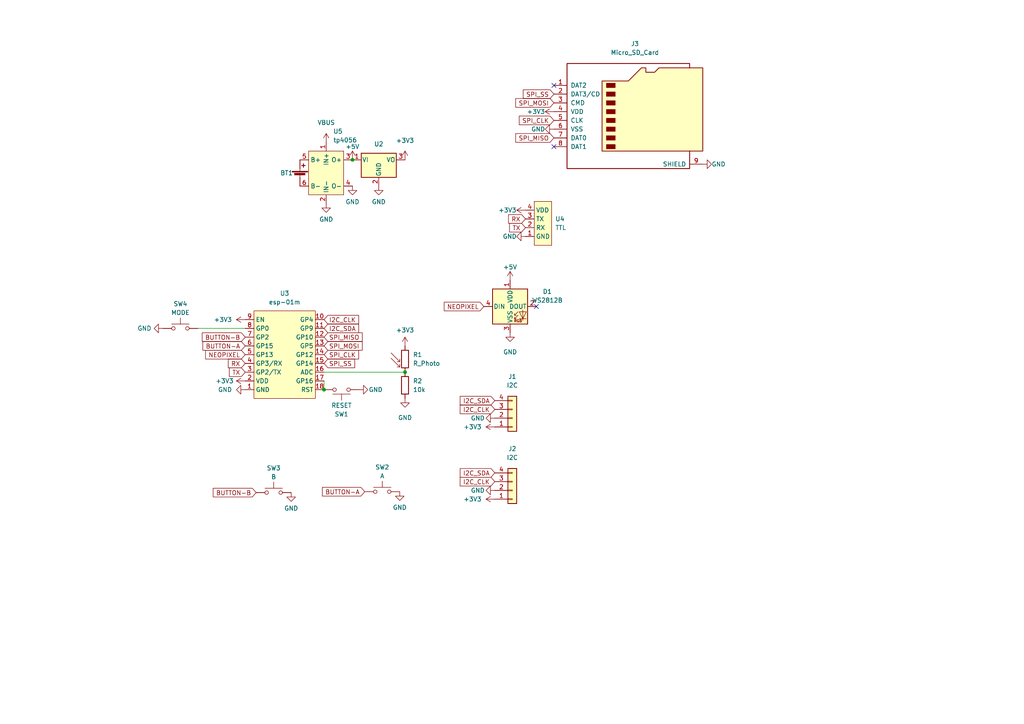
<source format=kicad_sch>
(kicad_sch (version 20211123) (generator eeschema)
  (paper "A4")
  (title_block (title "TemperatureLogger") (date "2024-01-21") (rev "v1.0-beta") (company "Besmer Labs"))
  (lib_symbols
    (symbol "+5V_1" (power) (pin_names (offset 0))
      (property "Value" "+5V_1" (at 0 3.556 0))
      (symbol "+5V_1_0_1"
        (polyline (pts (xy -0.762 1.27) (xy 0 2.54)))
        (polyline (pts (xy 0 0) (xy 0 2.54)))
        (polyline (pts (xy 0 2.54) (xy 0.762 1.27)))
      )
      (symbol "+5V_1_1_1"
        (pin power_in line (at 0 0 90) (length 0) hide (name "+5V") (number "1"))
      )
    )
    (symbol "Connector:Micro_SD_Card" (pin_names (offset 1.016))
      (property "Reference" "J" (at -16.51 15.24 0))
      (property "Value" "Micro_SD_Card" (at 16.51 15.24 0))
      (symbol "Micro_SD_Card_0_1"
        (rectangle (start -7.62 -9.525) (end -5.08 -10.795) (fill (type outline)))
        (rectangle (start -7.62 -6.985) (end -5.08 -8.255) (fill (type outline)))
        (rectangle (start -7.62 -4.445) (end -5.08 -5.715) (fill (type outline)))
        (rectangle (start -7.62 -1.905) (end -5.08 -3.175) (fill (type outline)))
        (rectangle (start -7.62 0.635) (end -5.08 -0.635) (fill (type outline)))
        (rectangle (start -7.62 3.175) (end -5.08 1.905) (fill (type outline)))
        (rectangle (start -7.62 5.715) (end -5.08 4.445) (fill (type outline)))
        (rectangle (start -7.62 8.255) (end -5.08 6.985) (fill (type outline)))
        (polyline (pts (xy 16.51 12.7) (xy 16.51 13.97) (xy -19.05 13.97) (xy -19.05 -16.51) (xy 16.51 -16.51) (xy 16.51 -11.43)) (stroke (width 0.254)))
        (polyline (pts (xy -8.89 -11.43) (xy -8.89 8.89) (xy -1.27 8.89) (xy 2.54 12.7) (xy 3.81 12.7) (xy 3.81 11.43) (xy 6.35 11.43) (xy 7.62 12.7) (xy 20.32 12.7) (xy 20.32 -11.43) (xy -8.89 -11.43)) (stroke (width 0.254)) (fill (type background)))
      )
      (symbol "Micro_SD_Card_1_1"
        (pin bidirectional line (at -22.86 7.62 0) (length 3.81) (name "DAT2") (number "1"))
        (pin bidirectional line (at -22.86 5.08 0) (length 3.81) (name "DAT3/CD") (number "2"))
        (pin input line (at -22.86 2.54 0) (length 3.81) (name "CMD") (number "3"))
        (pin power_in line (at -22.86 0 0) (length 3.81) (name "VDD") (number "4"))
        (pin input line (at -22.86 -2.54 0) (length 3.81) (name "CLK") (number "5"))
        (pin power_in line (at -22.86 -5.08 0) (length 3.81) (name "VSS") (number "6"))
        (pin bidirectional line (at -22.86 -7.62 0) (length 3.81) (name "DAT0") (number "7"))
        (pin bidirectional line (at -22.86 -10.16 0) (length 3.81) (name "DAT1") (number "8"))
        (pin passive line (at 20.32 -15.24 180) (length 3.81) (name "SHIELD") (number "9"))
      )
    )
    (symbol "Connector_Generic:Conn_01x04" (pin_names (offset 1.016) hide)
      (property "Reference" "J" (at 0 5.08 0))
      (property "Value" "Conn_01x04" (at 0 -7.62 0))
      (symbol "Conn_01x04_1_1"
        (rectangle (start -1.27 -4.953) (end 0 -5.207) (stroke (width 0.1524)))
        (rectangle (start -1.27 -2.413) (end 0 -2.667) (stroke (width 0.1524)))
        (rectangle (start -1.27 0.127) (end 0 -0.127) (stroke (width 0.1524)))
        (rectangle (start -1.27 2.667) (end 0 2.413) (stroke (width 0.1524)))
        (rectangle (start -1.27 3.81) (end 1.27 -6.35) (stroke (width 0.254)) (fill (type background)))
        (pin passive line (at -5.08 2.54 0) (length 3.81) (name "Pin_1") (number "1"))
        (pin passive line (at -5.08 0 0) (length 3.81) (name "Pin_2") (number "2"))
        (pin passive line (at -5.08 -2.54 0) (length 3.81) (name "Pin_3") (number "3"))
        (pin passive line (at -5.08 -5.08 0) (length 3.81) (name "Pin_4") (number "4"))
      )
    )
    (symbol "Device:Battery_Cell" (pin_numbers hide) (pin_names (offset 0) hide)
      (property "Reference" "BT" (at 2.54 2.54 0))
      (property "Value" "Battery_Cell" (at 2.54 0 0))
      (symbol "Battery_Cell_0_1"
        (rectangle (start -2.286 1.778) (end 2.286 1.524) (fill (type outline)))
        (rectangle (start -1.5748 1.1938) (end 1.4732 0.6858) (fill (type outline)))
        (polyline (pts (xy 0 0.762) (xy 0 0)))
        (polyline (pts (xy 0 1.778) (xy 0 2.54)))
        (polyline (pts (xy 0.508 3.429) (xy 1.524 3.429)) (stroke (width 0.254)))
        (polyline (pts (xy 1.016 3.937) (xy 1.016 2.921)) (stroke (width 0.254)))
      )
      (symbol "Battery_Cell_1_1"
        (pin passive line (at 0 5.08 270) (length 2.54) (name "+") (number "1"))
        (pin passive line (at 0 -2.54 90) (length 2.54) (name "-") (number "2"))
      )
    )
    (symbol "Device:R" (pin_numbers hide) (pin_names (offset 0))
      (property "Reference" "R" (at 2.032 0 90))
      (property "Value" "R" (at 0 0 90))
      (symbol "R_0_1"
        (rectangle (start -1.016 -2.54) (end 1.016 2.54) (stroke (width 0.254)))
      )
      (symbol "R_1_1"
        (pin passive line (at 0 3.81 270) (length 1.27) (name "~") (number "1"))
        (pin passive line (at 0 -3.81 90) (length 1.27) (name "~") (number "2"))
      )
    )
    (symbol "Device:R_Photo" (pin_numbers hide) (pin_names (offset 0))
      (property "Reference" "R" (at 1.27 1.27 0))
      (property "Value" "R_Photo" (at 1.27 0 0))
      (symbol "R_Photo_0_1"
        (rectangle (start -1.016 2.54) (end 1.016 -2.54) (stroke (width 0.254)))
        (polyline (pts (xy -1.524 -2.286) (xy -4.064 0.254)))
        (polyline (pts (xy -1.524 -2.286) (xy -2.286 -2.286)))
        (polyline (pts (xy -1.524 -2.286) (xy -1.524 -1.524)))
        (polyline (pts (xy -1.524 -0.762) (xy -4.064 1.778)))
        (polyline (pts (xy -1.524 -0.762) (xy -2.286 -0.762)))
        (polyline (pts (xy -1.524 -0.762) (xy -1.524 0)))
      )
      (symbol "R_Photo_1_1"
        (pin passive line (at 0 3.81 270) (length 1.27) (name "~") (number "1"))
        (pin passive line (at 0 -3.81 90) (length 1.27) (name "~") (number "2"))
      )
    )
    (symbol "LED:WS2812B" (pin_names (offset 0.254))
      (property "Reference" "D" (at 5.08 5.715 0))
      (property "Value" "WS2812B" (at 1.27 -5.715 0))
      (symbol "WS2812B_0_0"
        (text "RGB" (at 2.286 -4.191 0) (effects (font (size 0.762 0.762))))
      )
      (symbol "WS2812B_0_1"
        (polyline (pts (xy 1.27 -3.556) (xy 1.778 -3.556)))
        (polyline (pts (xy 1.27 -2.54) (xy 1.778 -2.54)))
        (polyline (pts (xy 4.699 -3.556) (xy 2.667 -3.556)))
        (polyline (pts (xy 2.286 -2.54) (xy 1.27 -3.556) (xy 1.27 -3.048)))
        (polyline (pts (xy 2.286 -1.524) (xy 1.27 -2.54) (xy 1.27 -2.032)))
        (polyline (pts (xy 3.683 -1.016) (xy 3.683 -3.556) (xy 3.683 -4.064)))
        (polyline (pts (xy 4.699 -1.524) (xy 2.667 -1.524) (xy 3.683 -3.556) (xy 4.699 -1.524)))
        (rectangle (start 5.08 5.08) (end -5.08 -5.08) (stroke (width 0.254)) (fill (type background)))
      )
      (symbol "WS2812B_1_1"
        (pin power_in line (at 0 7.62 270) (length 2.54) (name "VDD") (number "1"))
        (pin output line (at 7.62 0 180) (length 2.54) (name "DOUT") (number "2"))
        (pin power_in line (at 0 -7.62 90) (length 2.54) (name "VSS") (number "3"))
        (pin input line (at -7.62 0 0) (length 2.54) (name "DIN") (number "4"))
      )
    )
    (symbol "Regulator_Linear:KA78M05_TO252" (pin_names (offset 0.254))
      (property "Reference" "U" (at -3.81 3.175 0))
      (property "Value" "KA78M05_TO252" (at 0 3.175 0))
      (symbol "KA78M05_TO252_0_1"
        (rectangle (start -5.08 1.905) (end 5.08 -5.08) (stroke (width 0.254)) (fill (type background)))
      )
      (symbol "KA78M05_TO252_1_1"
        (pin power_in line (at -7.62 0 0) (length 2.54) (name "VI") (number "1"))
        (pin power_in line (at 0 -7.62 90) (length 2.54) (name "GND") (number "2"))
        (pin power_out line (at 7.62 0 180) (length 2.54) (name "VO") (number "3"))
      )
    )
    (symbol "Switch:SW_Push" (pin_numbers hide) (pin_names (offset 1.016) hide)
      (property "Reference" "SW" (at 1.27 2.54 0))
      (property "Value" "SW_Push" (at 0 -1.524 0))
      (symbol "SW_Push_0_1"
        (circle (center -2.032 0) (radius 0.508))
        (polyline (pts (xy 0 1.27) (xy 0 3.048)))
        (polyline (pts (xy 2.54 1.27) (xy -2.54 1.27)))
        (circle (center 2.032 0) (radius 0.508))
        (pin passive line (at -5.08 0 0) (length 2.54) (name "1") (number "1"))
        (pin passive line (at 5.08 0 180) (length 2.54) (name "2") (number "2"))
      )
    )
    (symbol "esp-01m:esp-01m"
      (property "Reference" "U" (at 0.635 -13.335 0))
      (property "Value" "esp-01m" (at 0.635 14.605 0))
      (symbol "esp-01m_0_1"
        (rectangle (start -8.89 12.7) (end 8.89 -12.7) (fill (type background)))
      )
      (symbol "esp-01m_1_1"
        (pin power_in line (at -11.43 -10.16 0) (length 2.54) (name "GND") (number "1"))
        (pin tri_state line (at 11.43 10.16 180) (length 2.54) (name "GP4") (number "10"))
        (pin tri_state line (at 11.43 7.62 180) (length 2.54) (name "GP9") (number "11"))
        (pin tri_state line (at 11.43 5.08 180) (length 2.54) (name "GP10") (number "12"))
        (pin tri_state line (at 11.43 2.54 180) (length 2.54) (name "GP5") (number "13"))
        (pin tri_state line (at 11.43 0 180) (length 2.54) (name "GP12") (number "14"))
        (pin tri_state line (at 11.43 -2.54 180) (length 2.54) (name "GP14") (number "15"))
        (pin input line (at 11.43 -5.08 180) (length 2.54) (name "ADC") (number "16"))
        (pin tri_state line (at 11.43 -7.62 180) (length 2.54) (name "GP16") (number "17"))
        (pin input line (at 11.43 -10.16 180) (length 2.54) (name "RST") (number "18"))
        (pin power_in line (at -11.43 -7.62 0) (length 2.54) (name "VDD") (number "2"))
        (pin tri_state line (at -11.43 -5.08 0) (length 2.54) (name "GP2/TX") (number "3"))
        (pin tri_state line (at -11.43 -2.54 0) (length 2.54) (name "GP3/RX") (number "4"))
        (pin tri_state line (at -11.43 0 0) (length 2.54) (name "GP13") (number "5"))
        (pin tri_state line (at -11.43 2.54 0) (length 2.54) (name "GP15") (number "6"))
        (pin tri_state line (at -11.43 5.08 0) (length 2.54) (name "GP2") (number "7"))
        (pin tri_state line (at -11.43 7.62 0) (length 2.54) (name "GP0") (number "8"))
        (pin input line (at -11.43 10.16 0) (length 2.54) (name "EN") (number "9"))
      )
    )
    (symbol "ftdi-connector:TTL"
      (property "Reference" "U" (at -6.1468 2.3368 0))
      (property "Value" "TTL" (at 2.54 7.62 0))
      (symbol "TTL_0_1"
        (rectangle (start 0 5.08) (end 5.08 -7.62) (fill (type background)))
      )
      (symbol "TTL_1_1"
        (pin power_in line (at -2.54 -5.08 0) (length 2.54) (name "GND") (number "1"))
        (pin input line (at -2.54 -2.54 0) (length 2.54) (name "RX") (number "2"))
        (pin output line (at -2.54 0 0) (length 2.54) (name "TX") (number "3"))
        (pin power_in line (at -2.54 2.54 0) (length 2.54) (name "VDD") (number "4"))
      )
    )
    (symbol "power:+3V3" (power) (pin_names (offset 0))
      (property "Value" "+3V3" (at 0 3.556 0))
      (symbol "+3V3_0_1"
        (polyline (pts (xy -0.762 1.27) (xy 0 2.54)))
        (polyline (pts (xy 0 0) (xy 0 2.54)))
        (polyline (pts (xy 0 2.54) (xy 0.762 1.27)))
      )
      (symbol "+3V3_1_1"
        (pin power_in line (at 0 0 90) (length 0) hide (name "+3V3") (number "1"))
      )
    )
    (symbol "power:GND" (power) (pin_names (offset 0))
      (property "Value" "GND" (at 0 -3.81 0))
      (symbol "GND_0_1"
        (polyline (pts (xy 0 0) (xy 0 -1.27) (xy 1.27 -1.27) (xy 0 -2.54) (xy -1.27 -1.27) (xy 0 -1.27)))
      )
      (symbol "GND_1_1"
        (pin power_in line (at 0 0 270) (length 0) hide (name "GND") (number "1"))
      )
    )
    (symbol "power:VBUS" (power) (pin_names (offset 0))
      (property "Value" "VBUS" (at 0 3.81 0))
      (symbol "VBUS_0_1"
        (polyline (pts (xy -0.762 1.27) (xy 0 2.54)))
        (polyline (pts (xy 0 0) (xy 0 2.54)))
        (polyline (pts (xy 0 2.54) (xy 0.762 1.27)))
      )
      (symbol "VBUS_1_1"
        (pin power_in line (at 0 0 90) (length 0) hide (name "VBUS") (number "1"))
      )
    )
    (symbol "tp4056:tp4056"
      (property "Reference" "U" (at -5.715 7.62 0))
      (property "Value" "tp4056" (at 3.81 -7.62 0))
      (symbol "tp4056_0_1"
        (rectangle (start -5.08 6.35) (end 5.08 -6.35) (fill (type background)))
      )
      (symbol "tp4056_1_1"
        (pin power_in line (at 0 8.89 270) (length 2.54) (name "IN+") (number "1"))
        (pin power_in line (at 0 -8.89 90) (length 2.54) (name "IN-") (number "2"))
        (pin power_out line (at 7.62 3.81 180) (length 2.54) (name "O+") (number "3"))
        (pin power_out line (at 7.62 -3.81 180) (length 2.54) (name "O-") (number "4"))
        (pin power_in line (at -7.62 3.81 0) (length 2.54) (name "B+") (number "5"))
        (pin power_in line (at -7.62 -3.81 0) (length 2.54) (name "B-") (number "6"))
      )
    )
  )
  (junction (at 93.98 113.03))
  (junction (at 102.235 46.355))
  (junction (at 117.475 107.95))
  (no_connect (at 160.655 42.545))
  (no_connect (at 160.655 24.765))
  (no_connect (at 155.575 88.9))
  (wire (pts (xy 93.98 110.49) (xy 93.98 113.03)))
  (wire (pts (xy 93.98 107.95) (xy 117.475 107.95)))
  (wire (pts (xy 71.12 95.25) (xy 57.404 95.25)))
  (global_label "SPI_MISO" (shape input) (at 93.98 97.79 0) (property "Intersheet References" "${INTERSHEET_REFS}" (effects hide)))
  (global_label "I2C_SDA" (shape input) (at 93.98 95.25 0) (property "Intersheet References" "${INTERSHEET_REFS}" (effects hide)))
  (global_label "SPI_MOSI" (shape input) (at 93.98 100.33 0) (property "Intersheet References" "${INTERSHEET_REFS}" (effects hide)))
  (global_label "I2C_CLK" (shape input) (at 143.51 139.7 180) (property "Intersheet References" "${INTERSHEET_REFS}" (effects hide)))
  (global_label "SPI_MISO" (shape input) (at 160.655 40.005 180) (property "Intersheet References" "${INTERSHEET_REFS}" (effects hide)))
  (global_label "NEOPIXEL" (shape input) (at 71.12 102.87 180) (property "Intersheet References" "${INTERSHEET_REFS}" (effects hide)))
  (global_label "SPI_CLK" (shape input) (at 160.655 34.925 180) (property "Intersheet References" "${INTERSHEET_REFS}" (effects hide)))
  (global_label "TX" (shape input) (at 71.12 107.95 180) (property "Intersheet References" "${INTERSHEET_REFS}" (effects hide)))
  (global_label "SPI_SS" (shape input) (at 160.655 27.305 180) (property "Intersheet References" "${INTERSHEET_REFS}" (effects hide)))
  (global_label "I2C_CLK" (shape input) (at 93.98 92.71 0) (property "Intersheet References" "${INTERSHEET_REFS}" (effects hide)))
  (global_label "SPI_SS" (shape input) (at 93.98 105.41 0) (property "Intersheet References" "${INTERSHEET_REFS}" (effects hide)))
  (global_label "SPI_MOSI" (shape input) (at 160.655 29.845 180) (property "Intersheet References" "${INTERSHEET_REFS}" (effects hide)))
  (global_label "TX" (shape input) (at 152.4 66.04 180) (property "Intersheet References" "${INTERSHEET_REFS}" (effects hide)))
  (global_label "BUTTON-B" (shape input) (at 71.12 97.79 180) (property "Intersheet References" "${INTERSHEET_REFS}" (effects hide)))
  (global_label "I2C_SDA" (shape input) (at 143.51 137.16 180) (property "Intersheet References" "${INTERSHEET_REFS}" (effects hide)))
  (global_label "RX" (shape input) (at 71.12 105.41 180) (property "Intersheet References" "${INTERSHEET_REFS}" (effects hide)))
  (global_label "SPI_CLK" (shape input) (at 93.98 102.87 0) (property "Intersheet References" "${INTERSHEET_REFS}" (effects hide)))
  (global_label "BUTTON-B" (shape input) (at 74.295 142.875 180) (property "Intersheet References" "${INTERSHEET_REFS}" (effects hide)))
  (global_label "BUTTON-A" (shape input) (at 71.12 100.33 180) (property "Intersheet References" "${INTERSHEET_REFS}" (effects hide)))
  (global_label "I2C_CLK" (shape input) (at 143.51 118.745 180) (property "Intersheet References" "${INTERSHEET_REFS}" (effects hide)))
  (global_label "I2C_SDA" (shape input) (at 143.51 116.205 180) (property "Intersheet References" "${INTERSHEET_REFS}" (effects hide)))
  (global_label "RX" (shape input) (at 152.4 63.5 180) (property "Intersheet References" "${INTERSHEET_REFS}" (effects hide)))
  (global_label "BUTTON-A" (shape input) (at 105.791 142.621 180) (property "Intersheet References" "${INTERSHEET_REFS}" (effects hide)))
  (global_label "NEOPIXEL" (shape input) (at 140.335 88.9 180) (property "Intersheet References" "${INTERSHEET_REFS}" (effects hide)))
  (symbol (lib_id "power:GND") (at 117.475 115.57 0) (unit 1)
    (property "Reference" "#PWR0121" (effects hide))
    (property "Value" "GND" (at 117.475 121.158 0))
  )
  (symbol (lib_id "Switch:SW_Push") (at 52.324 95.25 0) (unit 1)
    (property "Reference" "SW4" (at 52.324 88.138 0))
    (property "Value" "MODE" (at 52.324 90.678 0))
    (property "Footprint" "Button_Switch_SMD:SW_Push_1P1T_NO_Vertical_Wuerth_434133025816" (effects hide))
  )
  (symbol (lib_id "power:GND") (at 203.835 47.625 90) (unit 1)
    (property "Reference" "#PWR?" (effects hide))
    (property "Value" "GND" (at 208.407 47.625 90))
  )
  (symbol (lib_id "power:+3V3") (at 160.655 32.385 90) (unit 1)
    (property "Reference" "#PWR?" (effects hide))
    (property "Value" "+3V3" (at 152.781 32.385 90) (effects (justify right)))
  )
  (symbol (lib_id "power:GND") (at 143.51 121.285 270) (unit 1)
    (property "Reference" "#PWR0114" (effects hide))
    (property "Value" "GND" (at 136.525 121.285 90) (effects (justify left)))
  )
  (symbol (lib_id "Switch:SW_Push") (at 79.375 142.875 0) (mirror y) (unit 1)
    (property "Reference" "SW3" (at 79.375 135.763 0))
    (property "Value" "B" (at 79.375 138.303 0))
    (property "Footprint" "Button_Switch_SMD:SW_Push_1P1T_NO_Vertical_Wuerth_434133025816" (effects hide))
  )
  (symbol (lib_id "LED:WS2812B") (at 147.955 88.9 0) (unit 1)
    (property "Reference" "D1" (at 158.75 84.5693 0))
    (property "Value" "WS2812B" (at 158.75 87.1093 0))
    (property "Footprint" "LED_THT:LED_D5.0mm-4_RGB_Wide_Pins" (effects hide))
    (property "Datasheet" "https://cdn-shop.adafruit.com/datasheets/WS2812B.pdf" (effects hide))
  )
  (symbol (lib_name "+5V_1") (lib_id "power:+5V") (at 147.955 81.28 0) (unit 1)
    (property "Reference" "#PWR0115" (effects hide))
    (property "Value" "+5V" (at 147.955 77.47 0))
  )
  (symbol (lib_id "power:+3V3") (at 143.51 144.78 90) (unit 1)
    (property "Reference" "#PWR0123" (effects hide))
    (property "Value" "+3V3" (at 139.7 144.7799 90) (effects (justify left)))
  )
  (symbol (lib_id "power:+3V3") (at 117.475 100.33 0) (unit 1)
    (property "Reference" "#PWR0120" (effects hide))
    (property "Value" "+3V3" (at 117.475 95.758 0))
  )
  (symbol (lib_id "power:+3V3") (at 143.51 123.825 90) (unit 1)
    (property "Reference" "#PWR0113" (effects hide))
    (property "Value" "+3V3" (at 139.7 123.8249 90) (effects (justify left)))
  )
  (symbol (lib_id "Device:R") (at 117.475 111.76 0) (unit 1)
    (property "Reference" "R2" (at 119.761 110.4899 0) (effects (justify left)))
    (property "Value" "10k" (at 119.761 113.0299 0) (effects (justify left)))
    (property "Footprint" "Resistor_THT:R_Axial_DIN0207_L6.3mm_D2.5mm_P7.62mm_Horizontal" (effects hide))
  )
  (symbol (lib_id "Switch:SW_Push") (at 110.871 142.621 0) (mirror y) (unit 1)
    (property "Reference" "SW2" (at 110.871 135.509 0))
    (property "Value" "A" (at 110.871 138.049 0))
    (property "Footprint" "Button_Switch_SMD:SW_Push_1P1T_NO_Vertical_Wuerth_434133025816" (effects hide))
  )
  (symbol (lib_id "power:+3V3") (at 152.4 60.96 90) (unit 1)
    (property "Reference" "#PWR0110" (effects hide))
    (property "Value" "+3V3" (at 144.526 60.96 90) (effects (justify right)))
  )
  (symbol (lib_id "power:GND") (at 109.855 53.975 0) (unit 1)
    (property "Reference" "#PWR0104" (effects hide))
    (property "Value" "GND" (at 109.855 58.547 0))
  )
  (symbol (lib_id "power:GND") (at 71.12 113.03 270) (unit 1)
    (property "Reference" "#PWR0108" (effects hide))
    (property "Value" "GND" (at 67.31 113.0299 90) (effects (justify right)))
  )
  (symbol (lib_id "power:GND") (at 102.235 53.975 0) (unit 1)
    (property "Reference" "#PWR0111" (effects hide))
    (property "Value" "GND" (at 102.235 58.547 0))
  )
  (symbol (lib_id "power:+3V3") (at 117.475 46.355 0) (unit 1)
    (property "Reference" "#PWR0106" (effects hide))
    (property "Value" "+3V3" (at 117.475 40.767 0))
  )
  (symbol (lib_id "power:GND") (at 160.655 37.465 270) (unit 1)
    (property "Reference" "#PWR?" (effects hide))
    (property "Value" "GND" (at 156.083 37.465 90))
  )
  (symbol (lib_id "power:GND") (at 104.14 113.03 90) (unit 1)
    (property "Reference" "#PWR0117" (effects hide))
    (property "Value" "GND" (at 110.998 113.03 90) (effects (justify left)))
  )
  (symbol (lib_id "esp-01m:esp-01m") (at 82.55 102.87 0) (unit 1)
    (property "Reference" "U3" (at 82.55 85.09 0))
    (property "Value" "esp-01m" (at 82.55 87.63 0))
    (property "Footprint" "esp-01m:esp-01m" (effects hide))
    (property "Datasheet" "https://docs.ai-thinker.com/_media/esp8266/docs/esp-01m_product_specification_en.pdf" (effects hide))
  )
  (symbol (lib_id "power:+3V3") (at 71.12 110.49 90) (unit 1)
    (property "Reference" "#PWR0105" (effects hide))
    (property "Value" "+3V3" (at 62.484 110.49 90) (effects (justify right)))
  )
  (symbol (lib_id "tp4056:tp4056") (at 94.615 50.165 0) (unit 1)
    (property "Reference" "U5" (at 96.6344 38.1 0) (effects (justify left)))
    (property "Value" "tp4056" (at 96.6344 40.64 0) (effects (justify left)))
    (property "Footprint" "tp4056:tp4056" (effects hide))
  )
  (symbol (lib_id "power:GND") (at 147.955 96.52 0) (unit 1)
    (property "Reference" "#PWR0116" (effects hide))
    (property "Value" "GND" (at 147.955 102.108 0))
  )
  (symbol (lib_id "Connector_Generic:Conn_01x04") (at 148.59 121.285 0) (mirror x) (unit 1)
    (property "Reference" "J1" (at 148.59 109.22 0))
    (property "Value" "I2C" (at 148.59 111.76 0))
    (property "Footprint" "Connector_PinHeader_2.54mm:PinHeader_1x04_P2.54mm_Vertical" (effects hide))
  )
  (symbol (lib_id "Device:R_Photo") (at 117.475 104.14 0) (unit 1)
    (property "Reference" "R1" (at 119.761 102.8699 0) (effects (justify left)))
    (property "Value" "R_Photo" (at 119.761 105.4099 0) (effects (justify left)))
    (property "Footprint" "OptoDevice:R_LDR_5.0x4.1mm_P3mm_Vertical" (effects hide))
  )
  (symbol (lib_name "+5V_1") (lib_id "power:+5V") (at 102.235 46.355 0) (unit 1)
    (property "Reference" "#PWR0101" (effects hide))
    (property "Value" "+5V" (at 102.235 42.545 0))
  )
  (symbol (lib_id "power:+3V3") (at 71.12 92.71 90) (unit 1)
    (property "Reference" "#PWR0107" (effects hide))
    (property "Value" "+3V3" (at 67.31 92.7099 90) (effects (justify left)))
  )
  (symbol (lib_id "power:GND") (at 152.4 68.58 270) (unit 1)
    (property "Reference" "#PWR0109" (effects hide))
    (property "Value" "GND" (at 147.828 68.58 90))
  )
  (symbol (lib_id "power:GND") (at 47.244 95.25 270) (mirror x) (unit 1)
    (property "Reference" "#PWR0112" (effects hide))
    (property "Value" "GND" (at 43.942 95.2499 90) (effects (justify right)))
  )
  (symbol (lib_id "Switch:SW_Push") (at 99.06 113.03 180) (unit 1)
    (property "Reference" "SW1" (at 99.06 120.142 0))
    (property "Value" "RESET" (at 99.06 117.602 0))
    (property "Footprint" "Button_Switch_SMD:SW_Push_1P1T_NO_Vertical_Wuerth_434133025816" (effects hide))
  )
  (symbol (lib_id "power:GND") (at 115.951 142.621 0) (mirror y) (unit 1)
    (property "Reference" "#PWR0118" (effects hide))
    (property "Value" "GND" (at 115.951 147.193 0))
  )
  (symbol (lib_id "ftdi-connector:TTL") (at 154.94 63.5 0) (unit 1)
    (property "Reference" "U4" (at 161.036 63.4999 0) (effects (justify left)))
    (property "Value" "TTL" (at 161.036 66.0399 0) (effects (justify left)))
    (property "Footprint" "Connector_PinHeader_2.54mm:PinHeader_1x04_P2.54mm_Vertical" (effects hide))
  )
  (symbol (lib_id "Device:Battery_Cell") (at 86.995 51.435 0) (unit 1)
    (property "Reference" "BT1" (at 81.28 50.165 0) (effects (justify left)))
    (property "Value" "Battery_Cell" (effects hide))
    (property "Footprint" "Connector_JST:JST_PH_B2B-PH-K_1x02_P2.00mm_Vertical" (effects hide))
  )
  (symbol (lib_id "Regulator_Linear:KA78M05_TO252") (at 109.855 46.355 0) (unit 1)
    (property "Reference" "U2" (at 109.855 41.783 0))
    (property "Value" "UA78M33_TO252" (effects hide))
    (property "Footprint" "Package_TO_SOT_SMD:TO-252-2" (effects hide))
    (property "Datasheet" "https://www.onsemi.com/pub/Collateral/MC78M00-D.PDF" (effects hide))
  )
  (symbol (lib_id "Connector:Micro_SD_Card") (at 183.515 32.385 0) (unit 1)
    (property "Reference" "J3" (at 184.15 12.7 0))
    (property "Value" "Micro_SD_Card" (at 184.15 15.24 0))
    (property "Footprint" "sd-card:sd-card" (effects hide))
    (property "Datasheet" "http://katalog.we-online.de/em/datasheet/693072010801.pdf" (effects hide))
  )
  (symbol (lib_id "power:VBUS") (at 94.615 41.275 0) (unit 1)
    (property "Reference" "#PWR0102" (effects hide))
    (property "Value" "VBUS" (at 94.615 35.56 0))
  )
  (symbol (lib_id "power:GND") (at 84.455 142.875 0) (mirror y) (unit 1)
    (property "Reference" "#PWR0119" (effects hide))
    (property "Value" "GND" (at 84.455 147.447 0))
  )
  (symbol (lib_id "power:GND") (at 94.615 59.055 0) (unit 1)
    (property "Reference" "#PWR0103" (effects hide))
    (property "Value" "GND" (at 94.615 63.627 0))
  )
  (symbol (lib_id "Connector_Generic:Conn_01x04") (at 148.59 142.24 0) (mirror x) (unit 1)
    (property "Reference" "J2" (at 148.59 130.175 0))
    (property "Value" "I2C" (at 148.59 132.715 0))
    (property "Footprint" "Connector_PinHeader_2.54mm:PinHeader_1x04_P2.54mm_Vertical" (effects hide))
  )
  (symbol (lib_id "power:GND") (at 143.51 142.24 270) (unit 1)
    (property "Reference" "#PWR0122" (effects hide))
    (property "Value" "GND" (at 136.525 142.24 90) (effects (justify left)))
  )
)
</source>
